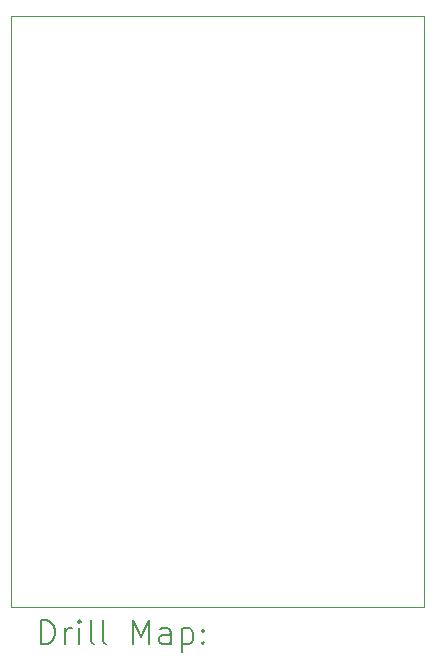
<source format=gbr>
%TF.GenerationSoftware,KiCad,Pcbnew,8.0.5*%
%TF.CreationDate,2024-11-12T19:45:52-03:00*%
%TF.ProjectId,Teste R_pido Fonte Chaveada,54657374-6520-452e-9170-69646f20466f,rev?*%
%TF.SameCoordinates,Original*%
%TF.FileFunction,Drillmap*%
%TF.FilePolarity,Positive*%
%FSLAX45Y45*%
G04 Gerber Fmt 4.5, Leading zero omitted, Abs format (unit mm)*
G04 Created by KiCad (PCBNEW 8.0.5) date 2024-11-12 19:45:52*
%MOMM*%
%LPD*%
G01*
G04 APERTURE LIST*
%ADD10C,0.050000*%
%ADD11C,0.200000*%
G04 APERTURE END LIST*
D10*
X9900000Y-5000000D02*
X13400000Y-5000000D01*
X13400000Y-10000000D01*
X9900000Y-10000000D01*
X9900000Y-5000000D01*
D11*
X10158277Y-10313984D02*
X10158277Y-10113984D01*
X10158277Y-10113984D02*
X10205896Y-10113984D01*
X10205896Y-10113984D02*
X10234467Y-10123508D01*
X10234467Y-10123508D02*
X10253515Y-10142555D01*
X10253515Y-10142555D02*
X10263039Y-10161603D01*
X10263039Y-10161603D02*
X10272563Y-10199698D01*
X10272563Y-10199698D02*
X10272563Y-10228270D01*
X10272563Y-10228270D02*
X10263039Y-10266365D01*
X10263039Y-10266365D02*
X10253515Y-10285412D01*
X10253515Y-10285412D02*
X10234467Y-10304460D01*
X10234467Y-10304460D02*
X10205896Y-10313984D01*
X10205896Y-10313984D02*
X10158277Y-10313984D01*
X10358277Y-10313984D02*
X10358277Y-10180650D01*
X10358277Y-10218746D02*
X10367801Y-10199698D01*
X10367801Y-10199698D02*
X10377324Y-10190174D01*
X10377324Y-10190174D02*
X10396372Y-10180650D01*
X10396372Y-10180650D02*
X10415420Y-10180650D01*
X10482086Y-10313984D02*
X10482086Y-10180650D01*
X10482086Y-10113984D02*
X10472563Y-10123508D01*
X10472563Y-10123508D02*
X10482086Y-10133031D01*
X10482086Y-10133031D02*
X10491610Y-10123508D01*
X10491610Y-10123508D02*
X10482086Y-10113984D01*
X10482086Y-10113984D02*
X10482086Y-10133031D01*
X10605896Y-10313984D02*
X10586848Y-10304460D01*
X10586848Y-10304460D02*
X10577324Y-10285412D01*
X10577324Y-10285412D02*
X10577324Y-10113984D01*
X10710658Y-10313984D02*
X10691610Y-10304460D01*
X10691610Y-10304460D02*
X10682086Y-10285412D01*
X10682086Y-10285412D02*
X10682086Y-10113984D01*
X10939229Y-10313984D02*
X10939229Y-10113984D01*
X10939229Y-10113984D02*
X11005896Y-10256841D01*
X11005896Y-10256841D02*
X11072563Y-10113984D01*
X11072563Y-10113984D02*
X11072563Y-10313984D01*
X11253515Y-10313984D02*
X11253515Y-10209222D01*
X11253515Y-10209222D02*
X11243991Y-10190174D01*
X11243991Y-10190174D02*
X11224943Y-10180650D01*
X11224943Y-10180650D02*
X11186848Y-10180650D01*
X11186848Y-10180650D02*
X11167801Y-10190174D01*
X11253515Y-10304460D02*
X11234467Y-10313984D01*
X11234467Y-10313984D02*
X11186848Y-10313984D01*
X11186848Y-10313984D02*
X11167801Y-10304460D01*
X11167801Y-10304460D02*
X11158277Y-10285412D01*
X11158277Y-10285412D02*
X11158277Y-10266365D01*
X11158277Y-10266365D02*
X11167801Y-10247317D01*
X11167801Y-10247317D02*
X11186848Y-10237793D01*
X11186848Y-10237793D02*
X11234467Y-10237793D01*
X11234467Y-10237793D02*
X11253515Y-10228270D01*
X11348753Y-10180650D02*
X11348753Y-10380650D01*
X11348753Y-10190174D02*
X11367801Y-10180650D01*
X11367801Y-10180650D02*
X11405896Y-10180650D01*
X11405896Y-10180650D02*
X11424943Y-10190174D01*
X11424943Y-10190174D02*
X11434467Y-10199698D01*
X11434467Y-10199698D02*
X11443991Y-10218746D01*
X11443991Y-10218746D02*
X11443991Y-10275889D01*
X11443991Y-10275889D02*
X11434467Y-10294936D01*
X11434467Y-10294936D02*
X11424943Y-10304460D01*
X11424943Y-10304460D02*
X11405896Y-10313984D01*
X11405896Y-10313984D02*
X11367801Y-10313984D01*
X11367801Y-10313984D02*
X11348753Y-10304460D01*
X11529705Y-10294936D02*
X11539229Y-10304460D01*
X11539229Y-10304460D02*
X11529705Y-10313984D01*
X11529705Y-10313984D02*
X11520182Y-10304460D01*
X11520182Y-10304460D02*
X11529705Y-10294936D01*
X11529705Y-10294936D02*
X11529705Y-10313984D01*
X11529705Y-10190174D02*
X11539229Y-10199698D01*
X11539229Y-10199698D02*
X11529705Y-10209222D01*
X11529705Y-10209222D02*
X11520182Y-10199698D01*
X11520182Y-10199698D02*
X11529705Y-10190174D01*
X11529705Y-10190174D02*
X11529705Y-10209222D01*
M02*

</source>
